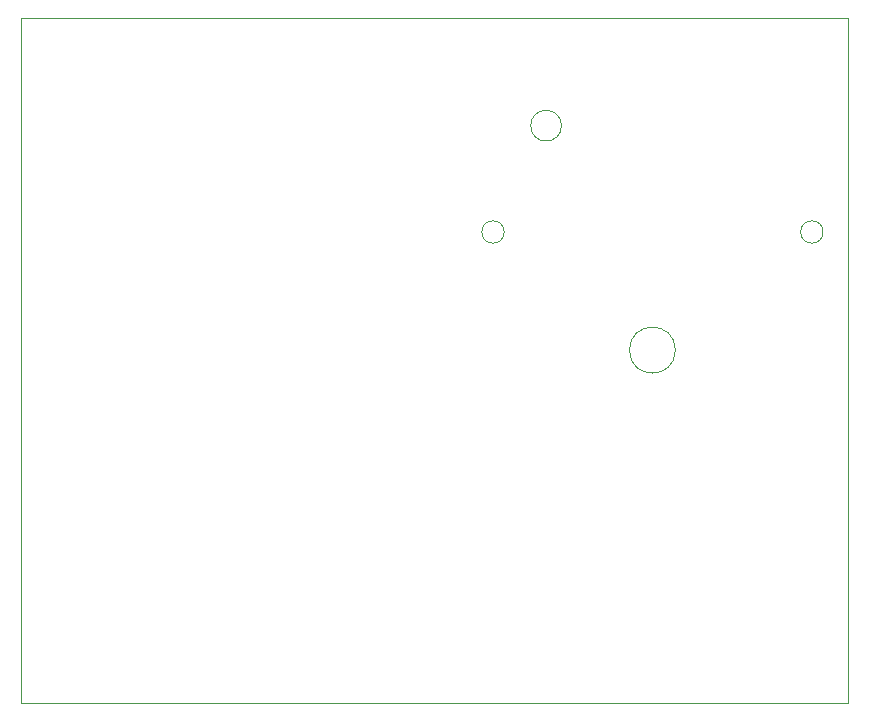
<source format=gbr>
%TF.GenerationSoftware,KiCad,Pcbnew,8.0.8*%
%TF.CreationDate,2025-02-08T15:21:21-08:00*%
%TF.ProjectId,PCB_Design,5043425f-4465-4736-9967-6e2e6b696361,V1.0*%
%TF.SameCoordinates,Original*%
%TF.FileFunction,Profile,NP*%
%FSLAX46Y46*%
G04 Gerber Fmt 4.6, Leading zero omitted, Abs format (unit mm)*
G04 Created by KiCad (PCBNEW 8.0.8) date 2025-02-08 15:21:21*
%MOMM*%
%LPD*%
G01*
G04 APERTURE LIST*
%TA.AperFunction,Profile*%
%ADD10C,0.050000*%
%TD*%
G04 APERTURE END LIST*
D10*
X40000000Y-39000000D02*
X110000000Y-39000000D01*
X110000000Y-97000000D01*
X40000000Y-97000000D01*
X40000000Y-39000000D01*
%TO.C,M1*%
X80910000Y-57160000D02*
G75*
G02*
X79010000Y-57160000I-950000J0D01*
G01*
X79010000Y-57160000D02*
G75*
G02*
X80910000Y-57160000I950000J0D01*
G01*
X85760000Y-48160000D02*
G75*
G02*
X83160000Y-48160000I-1300000J0D01*
G01*
X83160000Y-48160000D02*
G75*
G02*
X85760000Y-48160000I1300000J0D01*
G01*
X95410000Y-67160000D02*
G75*
G02*
X91510000Y-67160000I-1950000J0D01*
G01*
X91510000Y-67160000D02*
G75*
G02*
X95410000Y-67160000I1950000J0D01*
G01*
X107910000Y-57160000D02*
G75*
G02*
X106010000Y-57160000I-950000J0D01*
G01*
X106010000Y-57160000D02*
G75*
G02*
X107910000Y-57160000I950000J0D01*
G01*
%TD*%
M02*

</source>
